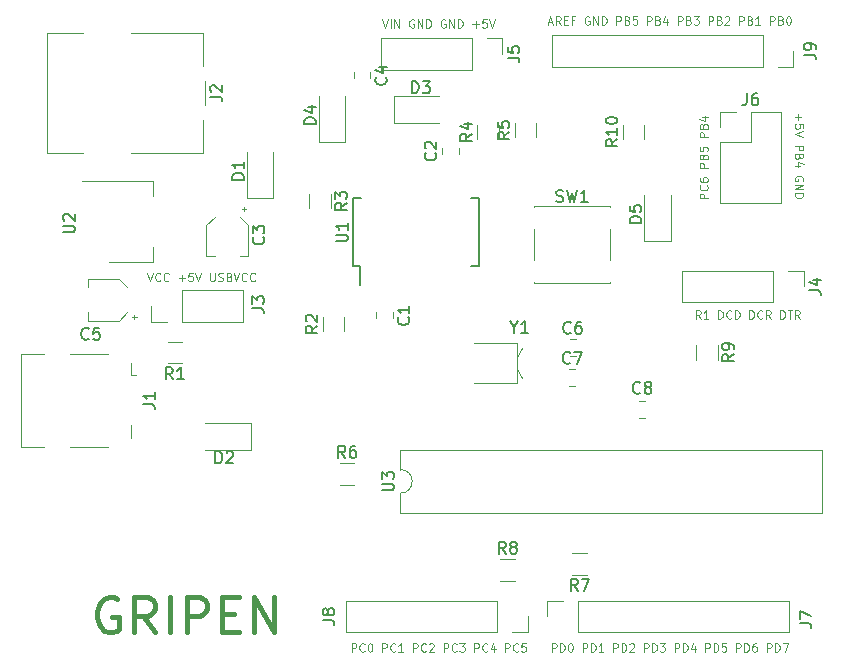
<source format=gbr>
G04 #@! TF.GenerationSoftware,KiCad,Pcbnew,(5.1.5)-3*
G04 #@! TF.CreationDate,2020-06-01T17:25:31+02:00*
G04 #@! TF.ProjectId,aurduino_ng,61757264-7569-46e6-9f5f-6e672e6b6963,rev?*
G04 #@! TF.SameCoordinates,Original*
G04 #@! TF.FileFunction,Legend,Top*
G04 #@! TF.FilePolarity,Positive*
%FSLAX46Y46*%
G04 Gerber Fmt 4.6, Leading zero omitted, Abs format (unit mm)*
G04 Created by KiCad (PCBNEW (5.1.5)-3) date 2020-06-01 17:25:31*
%MOMM*%
%LPD*%
G04 APERTURE LIST*
%ADD10C,0.080000*%
%ADD11C,0.450000*%
%ADD12C,0.120000*%
%ADD13C,0.150000*%
G04 APERTURE END LIST*
D10*
X118479666Y-105534666D02*
X118713000Y-106234666D01*
X118946333Y-105534666D01*
X119579666Y-106168000D02*
X119546333Y-106201333D01*
X119446333Y-106234666D01*
X119379666Y-106234666D01*
X119279666Y-106201333D01*
X119213000Y-106134666D01*
X119179666Y-106068000D01*
X119146333Y-105934666D01*
X119146333Y-105834666D01*
X119179666Y-105701333D01*
X119213000Y-105634666D01*
X119279666Y-105568000D01*
X119379666Y-105534666D01*
X119446333Y-105534666D01*
X119546333Y-105568000D01*
X119579666Y-105601333D01*
X120279666Y-106168000D02*
X120246333Y-106201333D01*
X120146333Y-106234666D01*
X120079666Y-106234666D01*
X119979666Y-106201333D01*
X119913000Y-106134666D01*
X119879666Y-106068000D01*
X119846333Y-105934666D01*
X119846333Y-105834666D01*
X119879666Y-105701333D01*
X119913000Y-105634666D01*
X119979666Y-105568000D01*
X120079666Y-105534666D01*
X120146333Y-105534666D01*
X120246333Y-105568000D01*
X120279666Y-105601333D01*
X121113000Y-105968000D02*
X121646333Y-105968000D01*
X121379666Y-106234666D02*
X121379666Y-105701333D01*
X122313000Y-105534666D02*
X121979666Y-105534666D01*
X121946333Y-105868000D01*
X121979666Y-105834666D01*
X122046333Y-105801333D01*
X122213000Y-105801333D01*
X122279666Y-105834666D01*
X122313000Y-105868000D01*
X122346333Y-105934666D01*
X122346333Y-106101333D01*
X122313000Y-106168000D01*
X122279666Y-106201333D01*
X122213000Y-106234666D01*
X122046333Y-106234666D01*
X121979666Y-106201333D01*
X121946333Y-106168000D01*
X122546333Y-105534666D02*
X122779666Y-106234666D01*
X123013000Y-105534666D01*
X123779666Y-105534666D02*
X123779666Y-106101333D01*
X123813000Y-106168000D01*
X123846333Y-106201333D01*
X123913000Y-106234666D01*
X124046333Y-106234666D01*
X124113000Y-106201333D01*
X124146333Y-106168000D01*
X124179666Y-106101333D01*
X124179666Y-105534666D01*
X124479666Y-106201333D02*
X124579666Y-106234666D01*
X124746333Y-106234666D01*
X124813000Y-106201333D01*
X124846333Y-106168000D01*
X124879666Y-106101333D01*
X124879666Y-106034666D01*
X124846333Y-105968000D01*
X124813000Y-105934666D01*
X124746333Y-105901333D01*
X124613000Y-105868000D01*
X124546333Y-105834666D01*
X124513000Y-105801333D01*
X124479666Y-105734666D01*
X124479666Y-105668000D01*
X124513000Y-105601333D01*
X124546333Y-105568000D01*
X124613000Y-105534666D01*
X124779666Y-105534666D01*
X124879666Y-105568000D01*
X125413000Y-105868000D02*
X125513000Y-105901333D01*
X125546333Y-105934666D01*
X125579666Y-106001333D01*
X125579666Y-106101333D01*
X125546333Y-106168000D01*
X125513000Y-106201333D01*
X125446333Y-106234666D01*
X125179666Y-106234666D01*
X125179666Y-105534666D01*
X125413000Y-105534666D01*
X125479666Y-105568000D01*
X125513000Y-105601333D01*
X125546333Y-105668000D01*
X125546333Y-105734666D01*
X125513000Y-105801333D01*
X125479666Y-105834666D01*
X125413000Y-105868000D01*
X125179666Y-105868000D01*
X125779666Y-105534666D02*
X126013000Y-106234666D01*
X126246333Y-105534666D01*
X126879666Y-106168000D02*
X126846333Y-106201333D01*
X126746333Y-106234666D01*
X126679666Y-106234666D01*
X126579666Y-106201333D01*
X126513000Y-106134666D01*
X126479666Y-106068000D01*
X126446333Y-105934666D01*
X126446333Y-105834666D01*
X126479666Y-105701333D01*
X126513000Y-105634666D01*
X126579666Y-105568000D01*
X126679666Y-105534666D01*
X126746333Y-105534666D01*
X126846333Y-105568000D01*
X126879666Y-105601333D01*
X127579666Y-106168000D02*
X127546333Y-106201333D01*
X127446333Y-106234666D01*
X127379666Y-106234666D01*
X127279666Y-106201333D01*
X127213000Y-106134666D01*
X127179666Y-106068000D01*
X127146333Y-105934666D01*
X127146333Y-105834666D01*
X127179666Y-105701333D01*
X127213000Y-105634666D01*
X127279666Y-105568000D01*
X127379666Y-105534666D01*
X127446333Y-105534666D01*
X127546333Y-105568000D01*
X127579666Y-105601333D01*
X165307666Y-109409666D02*
X165074333Y-109076333D01*
X164907666Y-109409666D02*
X164907666Y-108709666D01*
X165174333Y-108709666D01*
X165241000Y-108743000D01*
X165274333Y-108776333D01*
X165307666Y-108843000D01*
X165307666Y-108943000D01*
X165274333Y-109009666D01*
X165241000Y-109043000D01*
X165174333Y-109076333D01*
X164907666Y-109076333D01*
X165974333Y-109409666D02*
X165574333Y-109409666D01*
X165774333Y-109409666D02*
X165774333Y-108709666D01*
X165707666Y-108809666D01*
X165641000Y-108876333D01*
X165574333Y-108909666D01*
X166807666Y-109409666D02*
X166807666Y-108709666D01*
X166974333Y-108709666D01*
X167074333Y-108743000D01*
X167141000Y-108809666D01*
X167174333Y-108876333D01*
X167207666Y-109009666D01*
X167207666Y-109109666D01*
X167174333Y-109243000D01*
X167141000Y-109309666D01*
X167074333Y-109376333D01*
X166974333Y-109409666D01*
X166807666Y-109409666D01*
X167907666Y-109343000D02*
X167874333Y-109376333D01*
X167774333Y-109409666D01*
X167707666Y-109409666D01*
X167607666Y-109376333D01*
X167541000Y-109309666D01*
X167507666Y-109243000D01*
X167474333Y-109109666D01*
X167474333Y-109009666D01*
X167507666Y-108876333D01*
X167541000Y-108809666D01*
X167607666Y-108743000D01*
X167707666Y-108709666D01*
X167774333Y-108709666D01*
X167874333Y-108743000D01*
X167907666Y-108776333D01*
X168207666Y-109409666D02*
X168207666Y-108709666D01*
X168374333Y-108709666D01*
X168474333Y-108743000D01*
X168541000Y-108809666D01*
X168574333Y-108876333D01*
X168607666Y-109009666D01*
X168607666Y-109109666D01*
X168574333Y-109243000D01*
X168541000Y-109309666D01*
X168474333Y-109376333D01*
X168374333Y-109409666D01*
X168207666Y-109409666D01*
X169441000Y-109409666D02*
X169441000Y-108709666D01*
X169607666Y-108709666D01*
X169707666Y-108743000D01*
X169774333Y-108809666D01*
X169807666Y-108876333D01*
X169841000Y-109009666D01*
X169841000Y-109109666D01*
X169807666Y-109243000D01*
X169774333Y-109309666D01*
X169707666Y-109376333D01*
X169607666Y-109409666D01*
X169441000Y-109409666D01*
X170541000Y-109343000D02*
X170507666Y-109376333D01*
X170407666Y-109409666D01*
X170341000Y-109409666D01*
X170241000Y-109376333D01*
X170174333Y-109309666D01*
X170141000Y-109243000D01*
X170107666Y-109109666D01*
X170107666Y-109009666D01*
X170141000Y-108876333D01*
X170174333Y-108809666D01*
X170241000Y-108743000D01*
X170341000Y-108709666D01*
X170407666Y-108709666D01*
X170507666Y-108743000D01*
X170541000Y-108776333D01*
X171241000Y-109409666D02*
X171007666Y-109076333D01*
X170841000Y-109409666D02*
X170841000Y-108709666D01*
X171107666Y-108709666D01*
X171174333Y-108743000D01*
X171207666Y-108776333D01*
X171241000Y-108843000D01*
X171241000Y-108943000D01*
X171207666Y-109009666D01*
X171174333Y-109043000D01*
X171107666Y-109076333D01*
X170841000Y-109076333D01*
X172074333Y-109409666D02*
X172074333Y-108709666D01*
X172241000Y-108709666D01*
X172341000Y-108743000D01*
X172407666Y-108809666D01*
X172441000Y-108876333D01*
X172474333Y-109009666D01*
X172474333Y-109109666D01*
X172441000Y-109243000D01*
X172407666Y-109309666D01*
X172341000Y-109376333D01*
X172241000Y-109409666D01*
X172074333Y-109409666D01*
X172674333Y-108709666D02*
X173074333Y-108709666D01*
X172874333Y-109409666D02*
X172874333Y-108709666D01*
X173707666Y-109409666D02*
X173474333Y-109076333D01*
X173307666Y-109409666D02*
X173307666Y-108709666D01*
X173574333Y-108709666D01*
X173641000Y-108743000D01*
X173674333Y-108776333D01*
X173707666Y-108843000D01*
X173707666Y-108943000D01*
X173674333Y-109009666D01*
X173641000Y-109043000D01*
X173574333Y-109076333D01*
X173307666Y-109076333D01*
X165924666Y-99224666D02*
X165224666Y-99224666D01*
X165224666Y-98958000D01*
X165258000Y-98891333D01*
X165291333Y-98858000D01*
X165358000Y-98824666D01*
X165458000Y-98824666D01*
X165524666Y-98858000D01*
X165558000Y-98891333D01*
X165591333Y-98958000D01*
X165591333Y-99224666D01*
X165858000Y-98124666D02*
X165891333Y-98158000D01*
X165924666Y-98258000D01*
X165924666Y-98324666D01*
X165891333Y-98424666D01*
X165824666Y-98491333D01*
X165758000Y-98524666D01*
X165624666Y-98558000D01*
X165524666Y-98558000D01*
X165391333Y-98524666D01*
X165324666Y-98491333D01*
X165258000Y-98424666D01*
X165224666Y-98324666D01*
X165224666Y-98258000D01*
X165258000Y-98158000D01*
X165291333Y-98124666D01*
X165224666Y-97524666D02*
X165224666Y-97658000D01*
X165258000Y-97724666D01*
X165291333Y-97758000D01*
X165391333Y-97824666D01*
X165524666Y-97858000D01*
X165791333Y-97858000D01*
X165858000Y-97824666D01*
X165891333Y-97791333D01*
X165924666Y-97724666D01*
X165924666Y-97591333D01*
X165891333Y-97524666D01*
X165858000Y-97491333D01*
X165791333Y-97458000D01*
X165624666Y-97458000D01*
X165558000Y-97491333D01*
X165524666Y-97524666D01*
X165491333Y-97591333D01*
X165491333Y-97724666D01*
X165524666Y-97791333D01*
X165558000Y-97824666D01*
X165624666Y-97858000D01*
X165924666Y-96624666D02*
X165224666Y-96624666D01*
X165224666Y-96358000D01*
X165258000Y-96291333D01*
X165291333Y-96258000D01*
X165358000Y-96224666D01*
X165458000Y-96224666D01*
X165524666Y-96258000D01*
X165558000Y-96291333D01*
X165591333Y-96358000D01*
X165591333Y-96624666D01*
X165558000Y-95691333D02*
X165591333Y-95591333D01*
X165624666Y-95558000D01*
X165691333Y-95524666D01*
X165791333Y-95524666D01*
X165858000Y-95558000D01*
X165891333Y-95591333D01*
X165924666Y-95658000D01*
X165924666Y-95924666D01*
X165224666Y-95924666D01*
X165224666Y-95691333D01*
X165258000Y-95624666D01*
X165291333Y-95591333D01*
X165358000Y-95558000D01*
X165424666Y-95558000D01*
X165491333Y-95591333D01*
X165524666Y-95624666D01*
X165558000Y-95691333D01*
X165558000Y-95924666D01*
X165224666Y-94891333D02*
X165224666Y-95224666D01*
X165558000Y-95258000D01*
X165524666Y-95224666D01*
X165491333Y-95158000D01*
X165491333Y-94991333D01*
X165524666Y-94924666D01*
X165558000Y-94891333D01*
X165624666Y-94858000D01*
X165791333Y-94858000D01*
X165858000Y-94891333D01*
X165891333Y-94924666D01*
X165924666Y-94991333D01*
X165924666Y-95158000D01*
X165891333Y-95224666D01*
X165858000Y-95258000D01*
X165924666Y-94024666D02*
X165224666Y-94024666D01*
X165224666Y-93758000D01*
X165258000Y-93691333D01*
X165291333Y-93658000D01*
X165358000Y-93624666D01*
X165458000Y-93624666D01*
X165524666Y-93658000D01*
X165558000Y-93691333D01*
X165591333Y-93758000D01*
X165591333Y-94024666D01*
X165558000Y-93091333D02*
X165591333Y-92991333D01*
X165624666Y-92958000D01*
X165691333Y-92924666D01*
X165791333Y-92924666D01*
X165858000Y-92958000D01*
X165891333Y-92991333D01*
X165924666Y-93058000D01*
X165924666Y-93324666D01*
X165224666Y-93324666D01*
X165224666Y-93091333D01*
X165258000Y-93024666D01*
X165291333Y-92991333D01*
X165358000Y-92958000D01*
X165424666Y-92958000D01*
X165491333Y-92991333D01*
X165524666Y-93024666D01*
X165558000Y-93091333D01*
X165558000Y-93324666D01*
X165458000Y-92324666D02*
X165924666Y-92324666D01*
X165191333Y-92491333D02*
X165691333Y-92658000D01*
X165691333Y-92224666D01*
X173559000Y-92097666D02*
X173559000Y-92631000D01*
X173292333Y-92364333D02*
X173825666Y-92364333D01*
X173992333Y-93297666D02*
X173992333Y-92964333D01*
X173659000Y-92931000D01*
X173692333Y-92964333D01*
X173725666Y-93031000D01*
X173725666Y-93197666D01*
X173692333Y-93264333D01*
X173659000Y-93297666D01*
X173592333Y-93331000D01*
X173425666Y-93331000D01*
X173359000Y-93297666D01*
X173325666Y-93264333D01*
X173292333Y-93197666D01*
X173292333Y-93031000D01*
X173325666Y-92964333D01*
X173359000Y-92931000D01*
X173992333Y-93531000D02*
X173292333Y-93764333D01*
X173992333Y-93997666D01*
X173292333Y-94764333D02*
X173992333Y-94764333D01*
X173992333Y-95031000D01*
X173959000Y-95097666D01*
X173925666Y-95131000D01*
X173859000Y-95164333D01*
X173759000Y-95164333D01*
X173692333Y-95131000D01*
X173659000Y-95097666D01*
X173625666Y-95031000D01*
X173625666Y-94764333D01*
X173659000Y-95697666D02*
X173625666Y-95797666D01*
X173592333Y-95831000D01*
X173525666Y-95864333D01*
X173425666Y-95864333D01*
X173359000Y-95831000D01*
X173325666Y-95797666D01*
X173292333Y-95731000D01*
X173292333Y-95464333D01*
X173992333Y-95464333D01*
X173992333Y-95697666D01*
X173959000Y-95764333D01*
X173925666Y-95797666D01*
X173859000Y-95831000D01*
X173792333Y-95831000D01*
X173725666Y-95797666D01*
X173692333Y-95764333D01*
X173659000Y-95697666D01*
X173659000Y-95464333D01*
X173759000Y-96464333D02*
X173292333Y-96464333D01*
X174025666Y-96297666D02*
X173525666Y-96131000D01*
X173525666Y-96564333D01*
X173959000Y-97731000D02*
X173992333Y-97664333D01*
X173992333Y-97564333D01*
X173959000Y-97464333D01*
X173892333Y-97397666D01*
X173825666Y-97364333D01*
X173692333Y-97331000D01*
X173592333Y-97331000D01*
X173459000Y-97364333D01*
X173392333Y-97397666D01*
X173325666Y-97464333D01*
X173292333Y-97564333D01*
X173292333Y-97631000D01*
X173325666Y-97731000D01*
X173359000Y-97764333D01*
X173592333Y-97764333D01*
X173592333Y-97631000D01*
X173292333Y-98064333D02*
X173992333Y-98064333D01*
X173292333Y-98464333D01*
X173992333Y-98464333D01*
X173292333Y-98797666D02*
X173992333Y-98797666D01*
X173992333Y-98964333D01*
X173959000Y-99064333D01*
X173892333Y-99131000D01*
X173825666Y-99164333D01*
X173692333Y-99197666D01*
X173592333Y-99197666D01*
X173459000Y-99164333D01*
X173392333Y-99131000D01*
X173325666Y-99064333D01*
X173292333Y-98964333D01*
X173292333Y-98797666D01*
X138362333Y-84071666D02*
X138595666Y-84771666D01*
X138829000Y-84071666D01*
X139062333Y-84771666D02*
X139062333Y-84071666D01*
X139395666Y-84771666D02*
X139395666Y-84071666D01*
X139795666Y-84771666D01*
X139795666Y-84071666D01*
X141029000Y-84105000D02*
X140962333Y-84071666D01*
X140862333Y-84071666D01*
X140762333Y-84105000D01*
X140695666Y-84171666D01*
X140662333Y-84238333D01*
X140629000Y-84371666D01*
X140629000Y-84471666D01*
X140662333Y-84605000D01*
X140695666Y-84671666D01*
X140762333Y-84738333D01*
X140862333Y-84771666D01*
X140929000Y-84771666D01*
X141029000Y-84738333D01*
X141062333Y-84705000D01*
X141062333Y-84471666D01*
X140929000Y-84471666D01*
X141362333Y-84771666D02*
X141362333Y-84071666D01*
X141762333Y-84771666D01*
X141762333Y-84071666D01*
X142095666Y-84771666D02*
X142095666Y-84071666D01*
X142262333Y-84071666D01*
X142362333Y-84105000D01*
X142429000Y-84171666D01*
X142462333Y-84238333D01*
X142495666Y-84371666D01*
X142495666Y-84471666D01*
X142462333Y-84605000D01*
X142429000Y-84671666D01*
X142362333Y-84738333D01*
X142262333Y-84771666D01*
X142095666Y-84771666D01*
X143695666Y-84105000D02*
X143629000Y-84071666D01*
X143529000Y-84071666D01*
X143429000Y-84105000D01*
X143362333Y-84171666D01*
X143329000Y-84238333D01*
X143295666Y-84371666D01*
X143295666Y-84471666D01*
X143329000Y-84605000D01*
X143362333Y-84671666D01*
X143429000Y-84738333D01*
X143529000Y-84771666D01*
X143595666Y-84771666D01*
X143695666Y-84738333D01*
X143729000Y-84705000D01*
X143729000Y-84471666D01*
X143595666Y-84471666D01*
X144029000Y-84771666D02*
X144029000Y-84071666D01*
X144429000Y-84771666D01*
X144429000Y-84071666D01*
X144762333Y-84771666D02*
X144762333Y-84071666D01*
X144929000Y-84071666D01*
X145029000Y-84105000D01*
X145095666Y-84171666D01*
X145129000Y-84238333D01*
X145162333Y-84371666D01*
X145162333Y-84471666D01*
X145129000Y-84605000D01*
X145095666Y-84671666D01*
X145029000Y-84738333D01*
X144929000Y-84771666D01*
X144762333Y-84771666D01*
X145995666Y-84505000D02*
X146529000Y-84505000D01*
X146262333Y-84771666D02*
X146262333Y-84238333D01*
X147195666Y-84071666D02*
X146862333Y-84071666D01*
X146829000Y-84405000D01*
X146862333Y-84371666D01*
X146929000Y-84338333D01*
X147095666Y-84338333D01*
X147162333Y-84371666D01*
X147195666Y-84405000D01*
X147229000Y-84471666D01*
X147229000Y-84638333D01*
X147195666Y-84705000D01*
X147162333Y-84738333D01*
X147095666Y-84771666D01*
X146929000Y-84771666D01*
X146862333Y-84738333D01*
X146829000Y-84705000D01*
X147429000Y-84071666D02*
X147662333Y-84771666D01*
X147895666Y-84071666D01*
X152420333Y-84317666D02*
X152753666Y-84317666D01*
X152353666Y-84517666D02*
X152587000Y-83817666D01*
X152820333Y-84517666D01*
X153453666Y-84517666D02*
X153220333Y-84184333D01*
X153053666Y-84517666D02*
X153053666Y-83817666D01*
X153320333Y-83817666D01*
X153387000Y-83851000D01*
X153420333Y-83884333D01*
X153453666Y-83951000D01*
X153453666Y-84051000D01*
X153420333Y-84117666D01*
X153387000Y-84151000D01*
X153320333Y-84184333D01*
X153053666Y-84184333D01*
X153753666Y-84151000D02*
X153987000Y-84151000D01*
X154087000Y-84517666D02*
X153753666Y-84517666D01*
X153753666Y-83817666D01*
X154087000Y-83817666D01*
X154620333Y-84151000D02*
X154387000Y-84151000D01*
X154387000Y-84517666D02*
X154387000Y-83817666D01*
X154720333Y-83817666D01*
X155887000Y-83851000D02*
X155820333Y-83817666D01*
X155720333Y-83817666D01*
X155620333Y-83851000D01*
X155553666Y-83917666D01*
X155520333Y-83984333D01*
X155487000Y-84117666D01*
X155487000Y-84217666D01*
X155520333Y-84351000D01*
X155553666Y-84417666D01*
X155620333Y-84484333D01*
X155720333Y-84517666D01*
X155787000Y-84517666D01*
X155887000Y-84484333D01*
X155920333Y-84451000D01*
X155920333Y-84217666D01*
X155787000Y-84217666D01*
X156220333Y-84517666D02*
X156220333Y-83817666D01*
X156620333Y-84517666D01*
X156620333Y-83817666D01*
X156953666Y-84517666D02*
X156953666Y-83817666D01*
X157120333Y-83817666D01*
X157220333Y-83851000D01*
X157287000Y-83917666D01*
X157320333Y-83984333D01*
X157353666Y-84117666D01*
X157353666Y-84217666D01*
X157320333Y-84351000D01*
X157287000Y-84417666D01*
X157220333Y-84484333D01*
X157120333Y-84517666D01*
X156953666Y-84517666D01*
X158187000Y-84517666D02*
X158187000Y-83817666D01*
X158453666Y-83817666D01*
X158520333Y-83851000D01*
X158553666Y-83884333D01*
X158587000Y-83951000D01*
X158587000Y-84051000D01*
X158553666Y-84117666D01*
X158520333Y-84151000D01*
X158453666Y-84184333D01*
X158187000Y-84184333D01*
X159120333Y-84151000D02*
X159220333Y-84184333D01*
X159253666Y-84217666D01*
X159287000Y-84284333D01*
X159287000Y-84384333D01*
X159253666Y-84451000D01*
X159220333Y-84484333D01*
X159153666Y-84517666D01*
X158887000Y-84517666D01*
X158887000Y-83817666D01*
X159120333Y-83817666D01*
X159187000Y-83851000D01*
X159220333Y-83884333D01*
X159253666Y-83951000D01*
X159253666Y-84017666D01*
X159220333Y-84084333D01*
X159187000Y-84117666D01*
X159120333Y-84151000D01*
X158887000Y-84151000D01*
X159920333Y-83817666D02*
X159587000Y-83817666D01*
X159553666Y-84151000D01*
X159587000Y-84117666D01*
X159653666Y-84084333D01*
X159820333Y-84084333D01*
X159887000Y-84117666D01*
X159920333Y-84151000D01*
X159953666Y-84217666D01*
X159953666Y-84384333D01*
X159920333Y-84451000D01*
X159887000Y-84484333D01*
X159820333Y-84517666D01*
X159653666Y-84517666D01*
X159587000Y-84484333D01*
X159553666Y-84451000D01*
X160787000Y-84517666D02*
X160787000Y-83817666D01*
X161053666Y-83817666D01*
X161120333Y-83851000D01*
X161153666Y-83884333D01*
X161187000Y-83951000D01*
X161187000Y-84051000D01*
X161153666Y-84117666D01*
X161120333Y-84151000D01*
X161053666Y-84184333D01*
X160787000Y-84184333D01*
X161720333Y-84151000D02*
X161820333Y-84184333D01*
X161853666Y-84217666D01*
X161887000Y-84284333D01*
X161887000Y-84384333D01*
X161853666Y-84451000D01*
X161820333Y-84484333D01*
X161753666Y-84517666D01*
X161487000Y-84517666D01*
X161487000Y-83817666D01*
X161720333Y-83817666D01*
X161787000Y-83851000D01*
X161820333Y-83884333D01*
X161853666Y-83951000D01*
X161853666Y-84017666D01*
X161820333Y-84084333D01*
X161787000Y-84117666D01*
X161720333Y-84151000D01*
X161487000Y-84151000D01*
X162487000Y-84051000D02*
X162487000Y-84517666D01*
X162320333Y-83784333D02*
X162153666Y-84284333D01*
X162587000Y-84284333D01*
X163387000Y-84517666D02*
X163387000Y-83817666D01*
X163653666Y-83817666D01*
X163720333Y-83851000D01*
X163753666Y-83884333D01*
X163787000Y-83951000D01*
X163787000Y-84051000D01*
X163753666Y-84117666D01*
X163720333Y-84151000D01*
X163653666Y-84184333D01*
X163387000Y-84184333D01*
X164320333Y-84151000D02*
X164420333Y-84184333D01*
X164453666Y-84217666D01*
X164487000Y-84284333D01*
X164487000Y-84384333D01*
X164453666Y-84451000D01*
X164420333Y-84484333D01*
X164353666Y-84517666D01*
X164087000Y-84517666D01*
X164087000Y-83817666D01*
X164320333Y-83817666D01*
X164387000Y-83851000D01*
X164420333Y-83884333D01*
X164453666Y-83951000D01*
X164453666Y-84017666D01*
X164420333Y-84084333D01*
X164387000Y-84117666D01*
X164320333Y-84151000D01*
X164087000Y-84151000D01*
X164720333Y-83817666D02*
X165153666Y-83817666D01*
X164920333Y-84084333D01*
X165020333Y-84084333D01*
X165087000Y-84117666D01*
X165120333Y-84151000D01*
X165153666Y-84217666D01*
X165153666Y-84384333D01*
X165120333Y-84451000D01*
X165087000Y-84484333D01*
X165020333Y-84517666D01*
X164820333Y-84517666D01*
X164753666Y-84484333D01*
X164720333Y-84451000D01*
X165987000Y-84517666D02*
X165987000Y-83817666D01*
X166253666Y-83817666D01*
X166320333Y-83851000D01*
X166353666Y-83884333D01*
X166387000Y-83951000D01*
X166387000Y-84051000D01*
X166353666Y-84117666D01*
X166320333Y-84151000D01*
X166253666Y-84184333D01*
X165987000Y-84184333D01*
X166920333Y-84151000D02*
X167020333Y-84184333D01*
X167053666Y-84217666D01*
X167087000Y-84284333D01*
X167087000Y-84384333D01*
X167053666Y-84451000D01*
X167020333Y-84484333D01*
X166953666Y-84517666D01*
X166687000Y-84517666D01*
X166687000Y-83817666D01*
X166920333Y-83817666D01*
X166987000Y-83851000D01*
X167020333Y-83884333D01*
X167053666Y-83951000D01*
X167053666Y-84017666D01*
X167020333Y-84084333D01*
X166987000Y-84117666D01*
X166920333Y-84151000D01*
X166687000Y-84151000D01*
X167353666Y-83884333D02*
X167387000Y-83851000D01*
X167453666Y-83817666D01*
X167620333Y-83817666D01*
X167687000Y-83851000D01*
X167720333Y-83884333D01*
X167753666Y-83951000D01*
X167753666Y-84017666D01*
X167720333Y-84117666D01*
X167320333Y-84517666D01*
X167753666Y-84517666D01*
X168587000Y-84517666D02*
X168587000Y-83817666D01*
X168853666Y-83817666D01*
X168920333Y-83851000D01*
X168953666Y-83884333D01*
X168987000Y-83951000D01*
X168987000Y-84051000D01*
X168953666Y-84117666D01*
X168920333Y-84151000D01*
X168853666Y-84184333D01*
X168587000Y-84184333D01*
X169520333Y-84151000D02*
X169620333Y-84184333D01*
X169653666Y-84217666D01*
X169687000Y-84284333D01*
X169687000Y-84384333D01*
X169653666Y-84451000D01*
X169620333Y-84484333D01*
X169553666Y-84517666D01*
X169287000Y-84517666D01*
X169287000Y-83817666D01*
X169520333Y-83817666D01*
X169587000Y-83851000D01*
X169620333Y-83884333D01*
X169653666Y-83951000D01*
X169653666Y-84017666D01*
X169620333Y-84084333D01*
X169587000Y-84117666D01*
X169520333Y-84151000D01*
X169287000Y-84151000D01*
X170353666Y-84517666D02*
X169953666Y-84517666D01*
X170153666Y-84517666D02*
X170153666Y-83817666D01*
X170087000Y-83917666D01*
X170020333Y-83984333D01*
X169953666Y-84017666D01*
X171187000Y-84517666D02*
X171187000Y-83817666D01*
X171453666Y-83817666D01*
X171520333Y-83851000D01*
X171553666Y-83884333D01*
X171587000Y-83951000D01*
X171587000Y-84051000D01*
X171553666Y-84117666D01*
X171520333Y-84151000D01*
X171453666Y-84184333D01*
X171187000Y-84184333D01*
X172120333Y-84151000D02*
X172220333Y-84184333D01*
X172253666Y-84217666D01*
X172287000Y-84284333D01*
X172287000Y-84384333D01*
X172253666Y-84451000D01*
X172220333Y-84484333D01*
X172153666Y-84517666D01*
X171887000Y-84517666D01*
X171887000Y-83817666D01*
X172120333Y-83817666D01*
X172187000Y-83851000D01*
X172220333Y-83884333D01*
X172253666Y-83951000D01*
X172253666Y-84017666D01*
X172220333Y-84084333D01*
X172187000Y-84117666D01*
X172120333Y-84151000D01*
X171887000Y-84151000D01*
X172720333Y-83817666D02*
X172787000Y-83817666D01*
X172853666Y-83851000D01*
X172887000Y-83884333D01*
X172920333Y-83951000D01*
X172953666Y-84084333D01*
X172953666Y-84251000D01*
X172920333Y-84384333D01*
X172887000Y-84451000D01*
X172853666Y-84484333D01*
X172787000Y-84517666D01*
X172720333Y-84517666D01*
X172653666Y-84484333D01*
X172620333Y-84451000D01*
X172587000Y-84384333D01*
X172553666Y-84251000D01*
X172553666Y-84084333D01*
X172587000Y-83951000D01*
X172620333Y-83884333D01*
X172653666Y-83851000D01*
X172720333Y-83817666D01*
X135762333Y-137603666D02*
X135762333Y-136903666D01*
X136029000Y-136903666D01*
X136095666Y-136937000D01*
X136129000Y-136970333D01*
X136162333Y-137037000D01*
X136162333Y-137137000D01*
X136129000Y-137203666D01*
X136095666Y-137237000D01*
X136029000Y-137270333D01*
X135762333Y-137270333D01*
X136862333Y-137537000D02*
X136829000Y-137570333D01*
X136729000Y-137603666D01*
X136662333Y-137603666D01*
X136562333Y-137570333D01*
X136495666Y-137503666D01*
X136462333Y-137437000D01*
X136429000Y-137303666D01*
X136429000Y-137203666D01*
X136462333Y-137070333D01*
X136495666Y-137003666D01*
X136562333Y-136937000D01*
X136662333Y-136903666D01*
X136729000Y-136903666D01*
X136829000Y-136937000D01*
X136862333Y-136970333D01*
X137295666Y-136903666D02*
X137362333Y-136903666D01*
X137429000Y-136937000D01*
X137462333Y-136970333D01*
X137495666Y-137037000D01*
X137529000Y-137170333D01*
X137529000Y-137337000D01*
X137495666Y-137470333D01*
X137462333Y-137537000D01*
X137429000Y-137570333D01*
X137362333Y-137603666D01*
X137295666Y-137603666D01*
X137229000Y-137570333D01*
X137195666Y-137537000D01*
X137162333Y-137470333D01*
X137129000Y-137337000D01*
X137129000Y-137170333D01*
X137162333Y-137037000D01*
X137195666Y-136970333D01*
X137229000Y-136937000D01*
X137295666Y-136903666D01*
X138362333Y-137603666D02*
X138362333Y-136903666D01*
X138629000Y-136903666D01*
X138695666Y-136937000D01*
X138729000Y-136970333D01*
X138762333Y-137037000D01*
X138762333Y-137137000D01*
X138729000Y-137203666D01*
X138695666Y-137237000D01*
X138629000Y-137270333D01*
X138362333Y-137270333D01*
X139462333Y-137537000D02*
X139429000Y-137570333D01*
X139329000Y-137603666D01*
X139262333Y-137603666D01*
X139162333Y-137570333D01*
X139095666Y-137503666D01*
X139062333Y-137437000D01*
X139029000Y-137303666D01*
X139029000Y-137203666D01*
X139062333Y-137070333D01*
X139095666Y-137003666D01*
X139162333Y-136937000D01*
X139262333Y-136903666D01*
X139329000Y-136903666D01*
X139429000Y-136937000D01*
X139462333Y-136970333D01*
X140129000Y-137603666D02*
X139729000Y-137603666D01*
X139929000Y-137603666D02*
X139929000Y-136903666D01*
X139862333Y-137003666D01*
X139795666Y-137070333D01*
X139729000Y-137103666D01*
X140962333Y-137603666D02*
X140962333Y-136903666D01*
X141229000Y-136903666D01*
X141295666Y-136937000D01*
X141329000Y-136970333D01*
X141362333Y-137037000D01*
X141362333Y-137137000D01*
X141329000Y-137203666D01*
X141295666Y-137237000D01*
X141229000Y-137270333D01*
X140962333Y-137270333D01*
X142062333Y-137537000D02*
X142029000Y-137570333D01*
X141929000Y-137603666D01*
X141862333Y-137603666D01*
X141762333Y-137570333D01*
X141695666Y-137503666D01*
X141662333Y-137437000D01*
X141629000Y-137303666D01*
X141629000Y-137203666D01*
X141662333Y-137070333D01*
X141695666Y-137003666D01*
X141762333Y-136937000D01*
X141862333Y-136903666D01*
X141929000Y-136903666D01*
X142029000Y-136937000D01*
X142062333Y-136970333D01*
X142329000Y-136970333D02*
X142362333Y-136937000D01*
X142429000Y-136903666D01*
X142595666Y-136903666D01*
X142662333Y-136937000D01*
X142695666Y-136970333D01*
X142729000Y-137037000D01*
X142729000Y-137103666D01*
X142695666Y-137203666D01*
X142295666Y-137603666D01*
X142729000Y-137603666D01*
X143562333Y-137603666D02*
X143562333Y-136903666D01*
X143829000Y-136903666D01*
X143895666Y-136937000D01*
X143929000Y-136970333D01*
X143962333Y-137037000D01*
X143962333Y-137137000D01*
X143929000Y-137203666D01*
X143895666Y-137237000D01*
X143829000Y-137270333D01*
X143562333Y-137270333D01*
X144662333Y-137537000D02*
X144629000Y-137570333D01*
X144529000Y-137603666D01*
X144462333Y-137603666D01*
X144362333Y-137570333D01*
X144295666Y-137503666D01*
X144262333Y-137437000D01*
X144229000Y-137303666D01*
X144229000Y-137203666D01*
X144262333Y-137070333D01*
X144295666Y-137003666D01*
X144362333Y-136937000D01*
X144462333Y-136903666D01*
X144529000Y-136903666D01*
X144629000Y-136937000D01*
X144662333Y-136970333D01*
X144895666Y-136903666D02*
X145329000Y-136903666D01*
X145095666Y-137170333D01*
X145195666Y-137170333D01*
X145262333Y-137203666D01*
X145295666Y-137237000D01*
X145329000Y-137303666D01*
X145329000Y-137470333D01*
X145295666Y-137537000D01*
X145262333Y-137570333D01*
X145195666Y-137603666D01*
X144995666Y-137603666D01*
X144929000Y-137570333D01*
X144895666Y-137537000D01*
X146162333Y-137603666D02*
X146162333Y-136903666D01*
X146429000Y-136903666D01*
X146495666Y-136937000D01*
X146529000Y-136970333D01*
X146562333Y-137037000D01*
X146562333Y-137137000D01*
X146529000Y-137203666D01*
X146495666Y-137237000D01*
X146429000Y-137270333D01*
X146162333Y-137270333D01*
X147262333Y-137537000D02*
X147229000Y-137570333D01*
X147129000Y-137603666D01*
X147062333Y-137603666D01*
X146962333Y-137570333D01*
X146895666Y-137503666D01*
X146862333Y-137437000D01*
X146829000Y-137303666D01*
X146829000Y-137203666D01*
X146862333Y-137070333D01*
X146895666Y-137003666D01*
X146962333Y-136937000D01*
X147062333Y-136903666D01*
X147129000Y-136903666D01*
X147229000Y-136937000D01*
X147262333Y-136970333D01*
X147862333Y-137137000D02*
X147862333Y-137603666D01*
X147695666Y-136870333D02*
X147529000Y-137370333D01*
X147962333Y-137370333D01*
X148762333Y-137603666D02*
X148762333Y-136903666D01*
X149029000Y-136903666D01*
X149095666Y-136937000D01*
X149129000Y-136970333D01*
X149162333Y-137037000D01*
X149162333Y-137137000D01*
X149129000Y-137203666D01*
X149095666Y-137237000D01*
X149029000Y-137270333D01*
X148762333Y-137270333D01*
X149862333Y-137537000D02*
X149829000Y-137570333D01*
X149729000Y-137603666D01*
X149662333Y-137603666D01*
X149562333Y-137570333D01*
X149495666Y-137503666D01*
X149462333Y-137437000D01*
X149429000Y-137303666D01*
X149429000Y-137203666D01*
X149462333Y-137070333D01*
X149495666Y-137003666D01*
X149562333Y-136937000D01*
X149662333Y-136903666D01*
X149729000Y-136903666D01*
X149829000Y-136937000D01*
X149862333Y-136970333D01*
X150495666Y-136903666D02*
X150162333Y-136903666D01*
X150129000Y-137237000D01*
X150162333Y-137203666D01*
X150229000Y-137170333D01*
X150395666Y-137170333D01*
X150462333Y-137203666D01*
X150495666Y-137237000D01*
X150529000Y-137303666D01*
X150529000Y-137470333D01*
X150495666Y-137537000D01*
X150462333Y-137570333D01*
X150395666Y-137603666D01*
X150229000Y-137603666D01*
X150162333Y-137570333D01*
X150129000Y-137537000D01*
X152720333Y-137603666D02*
X152720333Y-136903666D01*
X152987000Y-136903666D01*
X153053666Y-136937000D01*
X153087000Y-136970333D01*
X153120333Y-137037000D01*
X153120333Y-137137000D01*
X153087000Y-137203666D01*
X153053666Y-137237000D01*
X152987000Y-137270333D01*
X152720333Y-137270333D01*
X153420333Y-137603666D02*
X153420333Y-136903666D01*
X153587000Y-136903666D01*
X153687000Y-136937000D01*
X153753666Y-137003666D01*
X153787000Y-137070333D01*
X153820333Y-137203666D01*
X153820333Y-137303666D01*
X153787000Y-137437000D01*
X153753666Y-137503666D01*
X153687000Y-137570333D01*
X153587000Y-137603666D01*
X153420333Y-137603666D01*
X154253666Y-136903666D02*
X154320333Y-136903666D01*
X154387000Y-136937000D01*
X154420333Y-136970333D01*
X154453666Y-137037000D01*
X154487000Y-137170333D01*
X154487000Y-137337000D01*
X154453666Y-137470333D01*
X154420333Y-137537000D01*
X154387000Y-137570333D01*
X154320333Y-137603666D01*
X154253666Y-137603666D01*
X154187000Y-137570333D01*
X154153666Y-137537000D01*
X154120333Y-137470333D01*
X154087000Y-137337000D01*
X154087000Y-137170333D01*
X154120333Y-137037000D01*
X154153666Y-136970333D01*
X154187000Y-136937000D01*
X154253666Y-136903666D01*
X155320333Y-137603666D02*
X155320333Y-136903666D01*
X155587000Y-136903666D01*
X155653666Y-136937000D01*
X155687000Y-136970333D01*
X155720333Y-137037000D01*
X155720333Y-137137000D01*
X155687000Y-137203666D01*
X155653666Y-137237000D01*
X155587000Y-137270333D01*
X155320333Y-137270333D01*
X156020333Y-137603666D02*
X156020333Y-136903666D01*
X156187000Y-136903666D01*
X156287000Y-136937000D01*
X156353666Y-137003666D01*
X156387000Y-137070333D01*
X156420333Y-137203666D01*
X156420333Y-137303666D01*
X156387000Y-137437000D01*
X156353666Y-137503666D01*
X156287000Y-137570333D01*
X156187000Y-137603666D01*
X156020333Y-137603666D01*
X157087000Y-137603666D02*
X156687000Y-137603666D01*
X156887000Y-137603666D02*
X156887000Y-136903666D01*
X156820333Y-137003666D01*
X156753666Y-137070333D01*
X156687000Y-137103666D01*
X157920333Y-137603666D02*
X157920333Y-136903666D01*
X158187000Y-136903666D01*
X158253666Y-136937000D01*
X158287000Y-136970333D01*
X158320333Y-137037000D01*
X158320333Y-137137000D01*
X158287000Y-137203666D01*
X158253666Y-137237000D01*
X158187000Y-137270333D01*
X157920333Y-137270333D01*
X158620333Y-137603666D02*
X158620333Y-136903666D01*
X158787000Y-136903666D01*
X158887000Y-136937000D01*
X158953666Y-137003666D01*
X158987000Y-137070333D01*
X159020333Y-137203666D01*
X159020333Y-137303666D01*
X158987000Y-137437000D01*
X158953666Y-137503666D01*
X158887000Y-137570333D01*
X158787000Y-137603666D01*
X158620333Y-137603666D01*
X159287000Y-136970333D02*
X159320333Y-136937000D01*
X159387000Y-136903666D01*
X159553666Y-136903666D01*
X159620333Y-136937000D01*
X159653666Y-136970333D01*
X159687000Y-137037000D01*
X159687000Y-137103666D01*
X159653666Y-137203666D01*
X159253666Y-137603666D01*
X159687000Y-137603666D01*
X160520333Y-137603666D02*
X160520333Y-136903666D01*
X160787000Y-136903666D01*
X160853666Y-136937000D01*
X160887000Y-136970333D01*
X160920333Y-137037000D01*
X160920333Y-137137000D01*
X160887000Y-137203666D01*
X160853666Y-137237000D01*
X160787000Y-137270333D01*
X160520333Y-137270333D01*
X161220333Y-137603666D02*
X161220333Y-136903666D01*
X161387000Y-136903666D01*
X161487000Y-136937000D01*
X161553666Y-137003666D01*
X161587000Y-137070333D01*
X161620333Y-137203666D01*
X161620333Y-137303666D01*
X161587000Y-137437000D01*
X161553666Y-137503666D01*
X161487000Y-137570333D01*
X161387000Y-137603666D01*
X161220333Y-137603666D01*
X161853666Y-136903666D02*
X162287000Y-136903666D01*
X162053666Y-137170333D01*
X162153666Y-137170333D01*
X162220333Y-137203666D01*
X162253666Y-137237000D01*
X162287000Y-137303666D01*
X162287000Y-137470333D01*
X162253666Y-137537000D01*
X162220333Y-137570333D01*
X162153666Y-137603666D01*
X161953666Y-137603666D01*
X161887000Y-137570333D01*
X161853666Y-137537000D01*
X163120333Y-137603666D02*
X163120333Y-136903666D01*
X163387000Y-136903666D01*
X163453666Y-136937000D01*
X163487000Y-136970333D01*
X163520333Y-137037000D01*
X163520333Y-137137000D01*
X163487000Y-137203666D01*
X163453666Y-137237000D01*
X163387000Y-137270333D01*
X163120333Y-137270333D01*
X163820333Y-137603666D02*
X163820333Y-136903666D01*
X163987000Y-136903666D01*
X164087000Y-136937000D01*
X164153666Y-137003666D01*
X164187000Y-137070333D01*
X164220333Y-137203666D01*
X164220333Y-137303666D01*
X164187000Y-137437000D01*
X164153666Y-137503666D01*
X164087000Y-137570333D01*
X163987000Y-137603666D01*
X163820333Y-137603666D01*
X164820333Y-137137000D02*
X164820333Y-137603666D01*
X164653666Y-136870333D02*
X164487000Y-137370333D01*
X164920333Y-137370333D01*
X165720333Y-137603666D02*
X165720333Y-136903666D01*
X165987000Y-136903666D01*
X166053666Y-136937000D01*
X166087000Y-136970333D01*
X166120333Y-137037000D01*
X166120333Y-137137000D01*
X166087000Y-137203666D01*
X166053666Y-137237000D01*
X165987000Y-137270333D01*
X165720333Y-137270333D01*
X166420333Y-137603666D02*
X166420333Y-136903666D01*
X166587000Y-136903666D01*
X166687000Y-136937000D01*
X166753666Y-137003666D01*
X166787000Y-137070333D01*
X166820333Y-137203666D01*
X166820333Y-137303666D01*
X166787000Y-137437000D01*
X166753666Y-137503666D01*
X166687000Y-137570333D01*
X166587000Y-137603666D01*
X166420333Y-137603666D01*
X167453666Y-136903666D02*
X167120333Y-136903666D01*
X167087000Y-137237000D01*
X167120333Y-137203666D01*
X167187000Y-137170333D01*
X167353666Y-137170333D01*
X167420333Y-137203666D01*
X167453666Y-137237000D01*
X167487000Y-137303666D01*
X167487000Y-137470333D01*
X167453666Y-137537000D01*
X167420333Y-137570333D01*
X167353666Y-137603666D01*
X167187000Y-137603666D01*
X167120333Y-137570333D01*
X167087000Y-137537000D01*
X168320333Y-137603666D02*
X168320333Y-136903666D01*
X168587000Y-136903666D01*
X168653666Y-136937000D01*
X168687000Y-136970333D01*
X168720333Y-137037000D01*
X168720333Y-137137000D01*
X168687000Y-137203666D01*
X168653666Y-137237000D01*
X168587000Y-137270333D01*
X168320333Y-137270333D01*
X169020333Y-137603666D02*
X169020333Y-136903666D01*
X169187000Y-136903666D01*
X169287000Y-136937000D01*
X169353666Y-137003666D01*
X169387000Y-137070333D01*
X169420333Y-137203666D01*
X169420333Y-137303666D01*
X169387000Y-137437000D01*
X169353666Y-137503666D01*
X169287000Y-137570333D01*
X169187000Y-137603666D01*
X169020333Y-137603666D01*
X170020333Y-136903666D02*
X169887000Y-136903666D01*
X169820333Y-136937000D01*
X169787000Y-136970333D01*
X169720333Y-137070333D01*
X169687000Y-137203666D01*
X169687000Y-137470333D01*
X169720333Y-137537000D01*
X169753666Y-137570333D01*
X169820333Y-137603666D01*
X169953666Y-137603666D01*
X170020333Y-137570333D01*
X170053666Y-137537000D01*
X170087000Y-137470333D01*
X170087000Y-137303666D01*
X170053666Y-137237000D01*
X170020333Y-137203666D01*
X169953666Y-137170333D01*
X169820333Y-137170333D01*
X169753666Y-137203666D01*
X169720333Y-137237000D01*
X169687000Y-137303666D01*
X170920333Y-137603666D02*
X170920333Y-136903666D01*
X171187000Y-136903666D01*
X171253666Y-136937000D01*
X171287000Y-136970333D01*
X171320333Y-137037000D01*
X171320333Y-137137000D01*
X171287000Y-137203666D01*
X171253666Y-137237000D01*
X171187000Y-137270333D01*
X170920333Y-137270333D01*
X171620333Y-137603666D02*
X171620333Y-136903666D01*
X171787000Y-136903666D01*
X171887000Y-136937000D01*
X171953666Y-137003666D01*
X171987000Y-137070333D01*
X172020333Y-137203666D01*
X172020333Y-137303666D01*
X171987000Y-137437000D01*
X171953666Y-137503666D01*
X171887000Y-137570333D01*
X171787000Y-137603666D01*
X171620333Y-137603666D01*
X172253666Y-136903666D02*
X172720333Y-136903666D01*
X172420333Y-137603666D01*
D11*
X115935857Y-133120000D02*
X115650142Y-132977142D01*
X115221571Y-132977142D01*
X114793000Y-133120000D01*
X114507285Y-133405714D01*
X114364428Y-133691428D01*
X114221571Y-134262857D01*
X114221571Y-134691428D01*
X114364428Y-135262857D01*
X114507285Y-135548571D01*
X114793000Y-135834285D01*
X115221571Y-135977142D01*
X115507285Y-135977142D01*
X115935857Y-135834285D01*
X116078714Y-135691428D01*
X116078714Y-134691428D01*
X115507285Y-134691428D01*
X119078714Y-135977142D02*
X118078714Y-134548571D01*
X117364428Y-135977142D02*
X117364428Y-132977142D01*
X118507285Y-132977142D01*
X118793000Y-133120000D01*
X118935857Y-133262857D01*
X119078714Y-133548571D01*
X119078714Y-133977142D01*
X118935857Y-134262857D01*
X118793000Y-134405714D01*
X118507285Y-134548571D01*
X117364428Y-134548571D01*
X120364428Y-135977142D02*
X120364428Y-132977142D01*
X121793000Y-135977142D02*
X121793000Y-132977142D01*
X122935857Y-132977142D01*
X123221571Y-133120000D01*
X123364428Y-133262857D01*
X123507285Y-133548571D01*
X123507285Y-133977142D01*
X123364428Y-134262857D01*
X123221571Y-134405714D01*
X122935857Y-134548571D01*
X121793000Y-134548571D01*
X124793000Y-134405714D02*
X125793000Y-134405714D01*
X126221571Y-135977142D02*
X124793000Y-135977142D01*
X124793000Y-132977142D01*
X126221571Y-132977142D01*
X127507285Y-135977142D02*
X127507285Y-132977142D01*
X129221571Y-135977142D01*
X129221571Y-132977142D01*
D12*
X107755000Y-120242000D02*
X107755000Y-112422000D01*
X117075000Y-114222000D02*
X117505000Y-114222000D01*
X107755000Y-120242000D02*
X109705000Y-120242000D01*
X111925000Y-120242000D02*
X115155000Y-120242000D01*
X117075000Y-118442000D02*
X117075000Y-119522000D01*
X117075000Y-113142000D02*
X117075000Y-114222000D01*
X111925000Y-112422000D02*
X115155000Y-112422000D01*
X107755000Y-112422000D02*
X109705000Y-112422000D01*
X154940000Y-135950000D02*
X154940000Y-133290000D01*
X154940000Y-135950000D02*
X172780000Y-135950000D01*
X172780000Y-135950000D02*
X172780000Y-133290000D01*
X154940000Y-133290000D02*
X172780000Y-133290000D01*
X152340000Y-133290000D02*
X153670000Y-133290000D01*
X152340000Y-134620000D02*
X152340000Y-133290000D01*
X126844500Y-100150500D02*
X126469500Y-100150500D01*
X126657000Y-99963000D02*
X126657000Y-100338000D01*
X124162000Y-100767437D02*
X123462000Y-101467437D01*
X126282000Y-100767437D02*
X126982000Y-101467437D01*
X123462000Y-101467437D02*
X123462000Y-104098000D01*
X126982000Y-101467437D02*
X126982000Y-104098000D01*
X126982000Y-104098000D02*
X126282000Y-104098000D01*
X123462000Y-104098000D02*
X124162000Y-104098000D01*
X113429000Y-106063000D02*
X113429000Y-106763000D01*
X113429000Y-109583000D02*
X113429000Y-108883000D01*
X116059563Y-109583000D02*
X113429000Y-109583000D01*
X116059563Y-106063000D02*
X113429000Y-106063000D01*
X116759563Y-108883000D02*
X116059563Y-109583000D01*
X116759563Y-106763000D02*
X116059563Y-106063000D01*
X117564000Y-109258000D02*
X117189000Y-109258000D01*
X117376500Y-109445500D02*
X117376500Y-109070500D01*
X126881000Y-95304000D02*
X126881000Y-99189000D01*
X126881000Y-99189000D02*
X129151000Y-99189000D01*
X129151000Y-99189000D02*
X129151000Y-95304000D01*
X127250000Y-118245000D02*
X123365000Y-118245000D01*
X127250000Y-120515000D02*
X127250000Y-118245000D01*
X123365000Y-120515000D02*
X127250000Y-120515000D01*
X143202000Y-90559000D02*
X139317000Y-90559000D01*
X139317000Y-90559000D02*
X139317000Y-92829000D01*
X139317000Y-92829000D02*
X143202000Y-92829000D01*
X135247000Y-94484000D02*
X135247000Y-90599000D01*
X132977000Y-94484000D02*
X135247000Y-94484000D01*
X132977000Y-90599000D02*
X132977000Y-94484000D01*
X160536000Y-98981000D02*
X160536000Y-102866000D01*
X160536000Y-102866000D02*
X162806000Y-102866000D01*
X162806000Y-102866000D02*
X162806000Y-98981000D01*
X117097000Y-85187000D02*
X123157000Y-85187000D01*
X123157000Y-85187000D02*
X123157000Y-87997000D01*
X123157000Y-92597000D02*
X123157000Y-95407000D01*
X123157000Y-95407000D02*
X117097000Y-95407000D01*
X112997000Y-95407000D02*
X109937000Y-95407000D01*
X109937000Y-95407000D02*
X109937000Y-85187000D01*
X109937000Y-85187000D02*
X112997000Y-85187000D01*
X123347000Y-89297000D02*
X123347000Y-91297000D01*
X166945000Y-99628000D02*
X172145000Y-99628000D01*
X166945000Y-94488000D02*
X166945000Y-99628000D01*
X172145000Y-91888000D02*
X172145000Y-99628000D01*
X166945000Y-94488000D02*
X169545000Y-94488000D01*
X169545000Y-94488000D02*
X169545000Y-91888000D01*
X169545000Y-91888000D02*
X172145000Y-91888000D01*
X166945000Y-93218000D02*
X166945000Y-91888000D01*
X166945000Y-91888000D02*
X168275000Y-91888000D01*
X148082000Y-133290000D02*
X148082000Y-135950000D01*
X148082000Y-133290000D02*
X135322000Y-133290000D01*
X135322000Y-133290000D02*
X135322000Y-135950000D01*
X148082000Y-135950000D02*
X135322000Y-135950000D01*
X150682000Y-135950000D02*
X149352000Y-135950000D01*
X150682000Y-134620000D02*
X150682000Y-135950000D01*
X173161000Y-86741000D02*
X173161000Y-88071000D01*
X173161000Y-88071000D02*
X171831000Y-88071000D01*
X170561000Y-88071000D02*
X152721000Y-88071000D01*
X152721000Y-85411000D02*
X152721000Y-88071000D01*
X170561000Y-85411000D02*
X152721000Y-85411000D01*
X170561000Y-85411000D02*
X170561000Y-88071000D01*
X121382064Y-113178000D02*
X120177936Y-113178000D01*
X121382064Y-111358000D02*
X120177936Y-111358000D01*
X135149000Y-110454064D02*
X135149000Y-109249936D01*
X133329000Y-110454064D02*
X133329000Y-109249936D01*
X134006000Y-98841936D02*
X134006000Y-100046064D01*
X132186000Y-98841936D02*
X132186000Y-100046064D01*
X146410000Y-94198064D02*
X146410000Y-92993936D01*
X148230000Y-94198064D02*
X148230000Y-92993936D01*
X151405000Y-94071064D02*
X151405000Y-92866936D01*
X149585000Y-94071064D02*
X149585000Y-92866936D01*
X134776936Y-121645000D02*
X135981064Y-121645000D01*
X134776936Y-123465000D02*
X135981064Y-123465000D01*
X155666064Y-129265000D02*
X154461936Y-129265000D01*
X155666064Y-131085000D02*
X154461936Y-131085000D01*
X148365936Y-131593000D02*
X149570064Y-131593000D01*
X148365936Y-129773000D02*
X149570064Y-129773000D01*
X164952000Y-111668936D02*
X164952000Y-112873064D01*
X166772000Y-111668936D02*
X166772000Y-112873064D01*
X158729000Y-94204064D02*
X158729000Y-92999936D01*
X160549000Y-94204064D02*
X160549000Y-92999936D01*
X157662000Y-99894000D02*
X157662000Y-99924000D01*
X157662000Y-106354000D02*
X157662000Y-106324000D01*
X151202000Y-106354000D02*
X151202000Y-106324000D01*
X151202000Y-99924000D02*
X151202000Y-99894000D01*
X157662000Y-101824000D02*
X157662000Y-104424000D01*
X151202000Y-99894000D02*
X157662000Y-99894000D01*
X151202000Y-101824000D02*
X151202000Y-104424000D01*
X151202000Y-106354000D02*
X157662000Y-106354000D01*
D13*
X135899000Y-104983000D02*
X136474000Y-104983000D01*
X135899000Y-99233000D02*
X136549000Y-99233000D01*
X146549000Y-99233000D02*
X145899000Y-99233000D01*
X146549000Y-104983000D02*
X145899000Y-104983000D01*
X135899000Y-104983000D02*
X135899000Y-99233000D01*
X146549000Y-104983000D02*
X146549000Y-99233000D01*
X136474000Y-104983000D02*
X136474000Y-106583000D01*
D12*
X118979000Y-104615000D02*
X118979000Y-103355000D01*
X118979000Y-97795000D02*
X118979000Y-99055000D01*
X115219000Y-104615000D02*
X118979000Y-104615000D01*
X112969000Y-97795000D02*
X118979000Y-97795000D01*
X139894000Y-122190000D02*
G75*
G02X139894000Y-124190000I0J-1000000D01*
G01*
X139894000Y-124190000D02*
X139894000Y-125840000D01*
X139894000Y-125840000D02*
X175574000Y-125840000D01*
X175574000Y-125840000D02*
X175574000Y-120540000D01*
X175574000Y-120540000D02*
X139894000Y-120540000D01*
X139894000Y-120540000D02*
X139894000Y-122190000D01*
X146103000Y-111457000D02*
X149803000Y-111457000D01*
X149803000Y-111457000D02*
X149803000Y-114857000D01*
X149803000Y-114857000D02*
X146103000Y-114857000D01*
X149803000Y-112657000D02*
X150203000Y-111887000D01*
X150203000Y-111887000D02*
X150203000Y-111887000D01*
X149803000Y-113657000D02*
X150203000Y-114427000D01*
X150203000Y-114427000D02*
X150203000Y-114427000D01*
X137847000Y-108882922D02*
X137847000Y-109400078D01*
X139267000Y-108882922D02*
X139267000Y-109400078D01*
X143435000Y-95460078D02*
X143435000Y-94942922D01*
X144855000Y-95460078D02*
X144855000Y-94942922D01*
X137362000Y-88562922D02*
X137362000Y-89080078D01*
X135942000Y-88562922D02*
X135942000Y-89080078D01*
X154221922Y-112597000D02*
X154739078Y-112597000D01*
X154221922Y-111177000D02*
X154739078Y-111177000D01*
X154173422Y-113717000D02*
X154690578Y-113717000D01*
X154173422Y-115137000D02*
X154690578Y-115137000D01*
X160611078Y-116384000D02*
X160093922Y-116384000D01*
X160611078Y-117804000D02*
X160093922Y-117804000D01*
X126552000Y-109661000D02*
X126552000Y-107001000D01*
X121412000Y-109661000D02*
X126552000Y-109661000D01*
X121412000Y-107001000D02*
X126552000Y-107001000D01*
X121412000Y-109661000D02*
X121412000Y-107001000D01*
X120142000Y-109661000D02*
X118812000Y-109661000D01*
X118812000Y-109661000D02*
X118812000Y-108331000D01*
X174050000Y-105350000D02*
X174050000Y-106680000D01*
X172720000Y-105350000D02*
X174050000Y-105350000D01*
X171450000Y-105350000D02*
X171450000Y-108010000D01*
X171450000Y-108010000D02*
X163770000Y-108010000D01*
X171450000Y-105350000D02*
X163770000Y-105350000D01*
X163770000Y-105350000D02*
X163770000Y-108010000D01*
X138243000Y-85665000D02*
X138243000Y-88325000D01*
X145923000Y-85665000D02*
X138243000Y-85665000D01*
X145923000Y-88325000D02*
X138243000Y-88325000D01*
X145923000Y-85665000D02*
X145923000Y-88325000D01*
X147193000Y-85665000D02*
X148523000Y-85665000D01*
X148523000Y-85665000D02*
X148523000Y-86995000D01*
D13*
X118117380Y-116665333D02*
X118831666Y-116665333D01*
X118974523Y-116712952D01*
X119069761Y-116808190D01*
X119117380Y-116951047D01*
X119117380Y-117046285D01*
X119117380Y-115665333D02*
X119117380Y-116236761D01*
X119117380Y-115951047D02*
X118117380Y-115951047D01*
X118260238Y-116046285D01*
X118355476Y-116141523D01*
X118403095Y-116236761D01*
X133310380Y-134953333D02*
X134024666Y-134953333D01*
X134167523Y-135000952D01*
X134262761Y-135096190D01*
X134310380Y-135239047D01*
X134310380Y-135334285D01*
X133738952Y-134334285D02*
X133691333Y-134429523D01*
X133643714Y-134477142D01*
X133548476Y-134524761D01*
X133500857Y-134524761D01*
X133405619Y-134477142D01*
X133358000Y-134429523D01*
X133310380Y-134334285D01*
X133310380Y-134143809D01*
X133358000Y-134048571D01*
X133405619Y-134000952D01*
X133500857Y-133953333D01*
X133548476Y-133953333D01*
X133643714Y-134000952D01*
X133691333Y-134048571D01*
X133738952Y-134143809D01*
X133738952Y-134334285D01*
X133786571Y-134429523D01*
X133834190Y-134477142D01*
X133929428Y-134524761D01*
X134119904Y-134524761D01*
X134215142Y-134477142D01*
X134262761Y-134429523D01*
X134310380Y-134334285D01*
X134310380Y-134143809D01*
X134262761Y-134048571D01*
X134215142Y-134000952D01*
X134119904Y-133953333D01*
X133929428Y-133953333D01*
X133834190Y-134000952D01*
X133786571Y-134048571D01*
X133738952Y-134143809D01*
X128279142Y-102504666D02*
X128326761Y-102552285D01*
X128374380Y-102695142D01*
X128374380Y-102790380D01*
X128326761Y-102933238D01*
X128231523Y-103028476D01*
X128136285Y-103076095D01*
X127945809Y-103123714D01*
X127802952Y-103123714D01*
X127612476Y-103076095D01*
X127517238Y-103028476D01*
X127422000Y-102933238D01*
X127374380Y-102790380D01*
X127374380Y-102695142D01*
X127422000Y-102552285D01*
X127469619Y-102504666D01*
X127374380Y-102171333D02*
X127374380Y-101552285D01*
X127755333Y-101885619D01*
X127755333Y-101742761D01*
X127802952Y-101647523D01*
X127850571Y-101599904D01*
X127945809Y-101552285D01*
X128183904Y-101552285D01*
X128279142Y-101599904D01*
X128326761Y-101647523D01*
X128374380Y-101742761D01*
X128374380Y-102028476D01*
X128326761Y-102123714D01*
X128279142Y-102171333D01*
X113498333Y-111101142D02*
X113450714Y-111148761D01*
X113307857Y-111196380D01*
X113212619Y-111196380D01*
X113069761Y-111148761D01*
X112974523Y-111053523D01*
X112926904Y-110958285D01*
X112879285Y-110767809D01*
X112879285Y-110624952D01*
X112926904Y-110434476D01*
X112974523Y-110339238D01*
X113069761Y-110244000D01*
X113212619Y-110196380D01*
X113307857Y-110196380D01*
X113450714Y-110244000D01*
X113498333Y-110291619D01*
X114403095Y-110196380D02*
X113926904Y-110196380D01*
X113879285Y-110672571D01*
X113926904Y-110624952D01*
X114022142Y-110577333D01*
X114260238Y-110577333D01*
X114355476Y-110624952D01*
X114403095Y-110672571D01*
X114450714Y-110767809D01*
X114450714Y-111005904D01*
X114403095Y-111101142D01*
X114355476Y-111148761D01*
X114260238Y-111196380D01*
X114022142Y-111196380D01*
X113926904Y-111148761D01*
X113879285Y-111101142D01*
X126648380Y-97642095D02*
X125648380Y-97642095D01*
X125648380Y-97404000D01*
X125696000Y-97261142D01*
X125791238Y-97165904D01*
X125886476Y-97118285D01*
X126076952Y-97070666D01*
X126219809Y-97070666D01*
X126410285Y-97118285D01*
X126505523Y-97165904D01*
X126600761Y-97261142D01*
X126648380Y-97404000D01*
X126648380Y-97642095D01*
X126648380Y-96118285D02*
X126648380Y-96689714D01*
X126648380Y-96404000D02*
X125648380Y-96404000D01*
X125791238Y-96499238D01*
X125886476Y-96594476D01*
X125934095Y-96689714D01*
X124226904Y-121652380D02*
X124226904Y-120652380D01*
X124465000Y-120652380D01*
X124607857Y-120700000D01*
X124703095Y-120795238D01*
X124750714Y-120890476D01*
X124798333Y-121080952D01*
X124798333Y-121223809D01*
X124750714Y-121414285D01*
X124703095Y-121509523D01*
X124607857Y-121604761D01*
X124465000Y-121652380D01*
X124226904Y-121652380D01*
X125179285Y-120747619D02*
X125226904Y-120700000D01*
X125322142Y-120652380D01*
X125560238Y-120652380D01*
X125655476Y-120700000D01*
X125703095Y-120747619D01*
X125750714Y-120842857D01*
X125750714Y-120938095D01*
X125703095Y-121080952D01*
X125131666Y-121652380D01*
X125750714Y-121652380D01*
X140863904Y-90326380D02*
X140863904Y-89326380D01*
X141102000Y-89326380D01*
X141244857Y-89374000D01*
X141340095Y-89469238D01*
X141387714Y-89564476D01*
X141435333Y-89754952D01*
X141435333Y-89897809D01*
X141387714Y-90088285D01*
X141340095Y-90183523D01*
X141244857Y-90278761D01*
X141102000Y-90326380D01*
X140863904Y-90326380D01*
X141768666Y-89326380D02*
X142387714Y-89326380D01*
X142054380Y-89707333D01*
X142197238Y-89707333D01*
X142292476Y-89754952D01*
X142340095Y-89802571D01*
X142387714Y-89897809D01*
X142387714Y-90135904D01*
X142340095Y-90231142D01*
X142292476Y-90278761D01*
X142197238Y-90326380D01*
X141911523Y-90326380D01*
X141816285Y-90278761D01*
X141768666Y-90231142D01*
X132744380Y-92937095D02*
X131744380Y-92937095D01*
X131744380Y-92699000D01*
X131792000Y-92556142D01*
X131887238Y-92460904D01*
X131982476Y-92413285D01*
X132172952Y-92365666D01*
X132315809Y-92365666D01*
X132506285Y-92413285D01*
X132601523Y-92460904D01*
X132696761Y-92556142D01*
X132744380Y-92699000D01*
X132744380Y-92937095D01*
X132077714Y-91508523D02*
X132744380Y-91508523D01*
X131696761Y-91746619D02*
X132411047Y-91984714D01*
X132411047Y-91365666D01*
X160303380Y-101319095D02*
X159303380Y-101319095D01*
X159303380Y-101081000D01*
X159351000Y-100938142D01*
X159446238Y-100842904D01*
X159541476Y-100795285D01*
X159731952Y-100747666D01*
X159874809Y-100747666D01*
X160065285Y-100795285D01*
X160160523Y-100842904D01*
X160255761Y-100938142D01*
X160303380Y-101081000D01*
X160303380Y-101319095D01*
X159303380Y-99842904D02*
X159303380Y-100319095D01*
X159779571Y-100366714D01*
X159731952Y-100319095D01*
X159684333Y-100223857D01*
X159684333Y-99985761D01*
X159731952Y-99890523D01*
X159779571Y-99842904D01*
X159874809Y-99795285D01*
X160112904Y-99795285D01*
X160208142Y-99842904D01*
X160255761Y-99890523D01*
X160303380Y-99985761D01*
X160303380Y-100223857D01*
X160255761Y-100319095D01*
X160208142Y-100366714D01*
X123799380Y-90630333D02*
X124513666Y-90630333D01*
X124656523Y-90677952D01*
X124751761Y-90773190D01*
X124799380Y-90916047D01*
X124799380Y-91011285D01*
X123894619Y-90201761D02*
X123847000Y-90154142D01*
X123799380Y-90058904D01*
X123799380Y-89820809D01*
X123847000Y-89725571D01*
X123894619Y-89677952D01*
X123989857Y-89630333D01*
X124085095Y-89630333D01*
X124227952Y-89677952D01*
X124799380Y-90249380D01*
X124799380Y-89630333D01*
X169211666Y-90340380D02*
X169211666Y-91054666D01*
X169164047Y-91197523D01*
X169068809Y-91292761D01*
X168925952Y-91340380D01*
X168830714Y-91340380D01*
X170116428Y-90340380D02*
X169925952Y-90340380D01*
X169830714Y-90388000D01*
X169783095Y-90435619D01*
X169687857Y-90578476D01*
X169640238Y-90768952D01*
X169640238Y-91149904D01*
X169687857Y-91245142D01*
X169735476Y-91292761D01*
X169830714Y-91340380D01*
X170021190Y-91340380D01*
X170116428Y-91292761D01*
X170164047Y-91245142D01*
X170211666Y-91149904D01*
X170211666Y-90911809D01*
X170164047Y-90816571D01*
X170116428Y-90768952D01*
X170021190Y-90721333D01*
X169830714Y-90721333D01*
X169735476Y-90768952D01*
X169687857Y-90816571D01*
X169640238Y-90911809D01*
X173696380Y-135207333D02*
X174410666Y-135207333D01*
X174553523Y-135254952D01*
X174648761Y-135350190D01*
X174696380Y-135493047D01*
X174696380Y-135588285D01*
X173696380Y-134826380D02*
X173696380Y-134159714D01*
X174696380Y-134588285D01*
X174053380Y-87074333D02*
X174767666Y-87074333D01*
X174910523Y-87121952D01*
X175005761Y-87217190D01*
X175053380Y-87360047D01*
X175053380Y-87455285D01*
X175053380Y-86550523D02*
X175053380Y-86360047D01*
X175005761Y-86264809D01*
X174958142Y-86217190D01*
X174815285Y-86121952D01*
X174624809Y-86074333D01*
X174243857Y-86074333D01*
X174148619Y-86121952D01*
X174101000Y-86169571D01*
X174053380Y-86264809D01*
X174053380Y-86455285D01*
X174101000Y-86550523D01*
X174148619Y-86598142D01*
X174243857Y-86645761D01*
X174481952Y-86645761D01*
X174577190Y-86598142D01*
X174624809Y-86550523D01*
X174672428Y-86455285D01*
X174672428Y-86264809D01*
X174624809Y-86169571D01*
X174577190Y-86121952D01*
X174481952Y-86074333D01*
X120613333Y-114540380D02*
X120280000Y-114064190D01*
X120041904Y-114540380D02*
X120041904Y-113540380D01*
X120422857Y-113540380D01*
X120518095Y-113588000D01*
X120565714Y-113635619D01*
X120613333Y-113730857D01*
X120613333Y-113873714D01*
X120565714Y-113968952D01*
X120518095Y-114016571D01*
X120422857Y-114064190D01*
X120041904Y-114064190D01*
X121565714Y-114540380D02*
X120994285Y-114540380D01*
X121280000Y-114540380D02*
X121280000Y-113540380D01*
X121184761Y-113683238D01*
X121089523Y-113778476D01*
X120994285Y-113826095D01*
X132871380Y-110018666D02*
X132395190Y-110352000D01*
X132871380Y-110590095D02*
X131871380Y-110590095D01*
X131871380Y-110209142D01*
X131919000Y-110113904D01*
X131966619Y-110066285D01*
X132061857Y-110018666D01*
X132204714Y-110018666D01*
X132299952Y-110066285D01*
X132347571Y-110113904D01*
X132395190Y-110209142D01*
X132395190Y-110590095D01*
X131966619Y-109637714D02*
X131919000Y-109590095D01*
X131871380Y-109494857D01*
X131871380Y-109256761D01*
X131919000Y-109161523D01*
X131966619Y-109113904D01*
X132061857Y-109066285D01*
X132157095Y-109066285D01*
X132299952Y-109113904D01*
X132871380Y-109685333D01*
X132871380Y-109066285D01*
X135368380Y-99610666D02*
X134892190Y-99944000D01*
X135368380Y-100182095D02*
X134368380Y-100182095D01*
X134368380Y-99801142D01*
X134416000Y-99705904D01*
X134463619Y-99658285D01*
X134558857Y-99610666D01*
X134701714Y-99610666D01*
X134796952Y-99658285D01*
X134844571Y-99705904D01*
X134892190Y-99801142D01*
X134892190Y-100182095D01*
X134368380Y-99277333D02*
X134368380Y-98658285D01*
X134749333Y-98991619D01*
X134749333Y-98848761D01*
X134796952Y-98753523D01*
X134844571Y-98705904D01*
X134939809Y-98658285D01*
X135177904Y-98658285D01*
X135273142Y-98705904D01*
X135320761Y-98753523D01*
X135368380Y-98848761D01*
X135368380Y-99134476D01*
X135320761Y-99229714D01*
X135273142Y-99277333D01*
X145952380Y-93762666D02*
X145476190Y-94096000D01*
X145952380Y-94334095D02*
X144952380Y-94334095D01*
X144952380Y-93953142D01*
X145000000Y-93857904D01*
X145047619Y-93810285D01*
X145142857Y-93762666D01*
X145285714Y-93762666D01*
X145380952Y-93810285D01*
X145428571Y-93857904D01*
X145476190Y-93953142D01*
X145476190Y-94334095D01*
X145285714Y-92905523D02*
X145952380Y-92905523D01*
X144904761Y-93143619D02*
X145619047Y-93381714D01*
X145619047Y-92762666D01*
X149127380Y-93635666D02*
X148651190Y-93969000D01*
X149127380Y-94207095D02*
X148127380Y-94207095D01*
X148127380Y-93826142D01*
X148175000Y-93730904D01*
X148222619Y-93683285D01*
X148317857Y-93635666D01*
X148460714Y-93635666D01*
X148555952Y-93683285D01*
X148603571Y-93730904D01*
X148651190Y-93826142D01*
X148651190Y-94207095D01*
X148127380Y-92730904D02*
X148127380Y-93207095D01*
X148603571Y-93254714D01*
X148555952Y-93207095D01*
X148508333Y-93111857D01*
X148508333Y-92873761D01*
X148555952Y-92778523D01*
X148603571Y-92730904D01*
X148698809Y-92683285D01*
X148936904Y-92683285D01*
X149032142Y-92730904D01*
X149079761Y-92778523D01*
X149127380Y-92873761D01*
X149127380Y-93111857D01*
X149079761Y-93207095D01*
X149032142Y-93254714D01*
X135212333Y-121187380D02*
X134879000Y-120711190D01*
X134640904Y-121187380D02*
X134640904Y-120187380D01*
X135021857Y-120187380D01*
X135117095Y-120235000D01*
X135164714Y-120282619D01*
X135212333Y-120377857D01*
X135212333Y-120520714D01*
X135164714Y-120615952D01*
X135117095Y-120663571D01*
X135021857Y-120711190D01*
X134640904Y-120711190D01*
X136069476Y-120187380D02*
X135879000Y-120187380D01*
X135783761Y-120235000D01*
X135736142Y-120282619D01*
X135640904Y-120425476D01*
X135593285Y-120615952D01*
X135593285Y-120996904D01*
X135640904Y-121092142D01*
X135688523Y-121139761D01*
X135783761Y-121187380D01*
X135974238Y-121187380D01*
X136069476Y-121139761D01*
X136117095Y-121092142D01*
X136164714Y-120996904D01*
X136164714Y-120758809D01*
X136117095Y-120663571D01*
X136069476Y-120615952D01*
X135974238Y-120568333D01*
X135783761Y-120568333D01*
X135688523Y-120615952D01*
X135640904Y-120663571D01*
X135593285Y-120758809D01*
X154897333Y-132447380D02*
X154564000Y-131971190D01*
X154325904Y-132447380D02*
X154325904Y-131447380D01*
X154706857Y-131447380D01*
X154802095Y-131495000D01*
X154849714Y-131542619D01*
X154897333Y-131637857D01*
X154897333Y-131780714D01*
X154849714Y-131875952D01*
X154802095Y-131923571D01*
X154706857Y-131971190D01*
X154325904Y-131971190D01*
X155230666Y-131447380D02*
X155897333Y-131447380D01*
X155468761Y-132447380D01*
X148801333Y-129315380D02*
X148468000Y-128839190D01*
X148229904Y-129315380D02*
X148229904Y-128315380D01*
X148610857Y-128315380D01*
X148706095Y-128363000D01*
X148753714Y-128410619D01*
X148801333Y-128505857D01*
X148801333Y-128648714D01*
X148753714Y-128743952D01*
X148706095Y-128791571D01*
X148610857Y-128839190D01*
X148229904Y-128839190D01*
X149372761Y-128743952D02*
X149277523Y-128696333D01*
X149229904Y-128648714D01*
X149182285Y-128553476D01*
X149182285Y-128505857D01*
X149229904Y-128410619D01*
X149277523Y-128363000D01*
X149372761Y-128315380D01*
X149563238Y-128315380D01*
X149658476Y-128363000D01*
X149706095Y-128410619D01*
X149753714Y-128505857D01*
X149753714Y-128553476D01*
X149706095Y-128648714D01*
X149658476Y-128696333D01*
X149563238Y-128743952D01*
X149372761Y-128743952D01*
X149277523Y-128791571D01*
X149229904Y-128839190D01*
X149182285Y-128934428D01*
X149182285Y-129124904D01*
X149229904Y-129220142D01*
X149277523Y-129267761D01*
X149372761Y-129315380D01*
X149563238Y-129315380D01*
X149658476Y-129267761D01*
X149706095Y-129220142D01*
X149753714Y-129124904D01*
X149753714Y-128934428D01*
X149706095Y-128839190D01*
X149658476Y-128791571D01*
X149563238Y-128743952D01*
X168134380Y-112437666D02*
X167658190Y-112771000D01*
X168134380Y-113009095D02*
X167134380Y-113009095D01*
X167134380Y-112628142D01*
X167182000Y-112532904D01*
X167229619Y-112485285D01*
X167324857Y-112437666D01*
X167467714Y-112437666D01*
X167562952Y-112485285D01*
X167610571Y-112532904D01*
X167658190Y-112628142D01*
X167658190Y-113009095D01*
X168134380Y-111961476D02*
X168134380Y-111771000D01*
X168086761Y-111675761D01*
X168039142Y-111628142D01*
X167896285Y-111532904D01*
X167705809Y-111485285D01*
X167324857Y-111485285D01*
X167229619Y-111532904D01*
X167182000Y-111580523D01*
X167134380Y-111675761D01*
X167134380Y-111866238D01*
X167182000Y-111961476D01*
X167229619Y-112009095D01*
X167324857Y-112056714D01*
X167562952Y-112056714D01*
X167658190Y-112009095D01*
X167705809Y-111961476D01*
X167753428Y-111866238D01*
X167753428Y-111675761D01*
X167705809Y-111580523D01*
X167658190Y-111532904D01*
X167562952Y-111485285D01*
X158271380Y-94244857D02*
X157795190Y-94578190D01*
X158271380Y-94816285D02*
X157271380Y-94816285D01*
X157271380Y-94435333D01*
X157319000Y-94340095D01*
X157366619Y-94292476D01*
X157461857Y-94244857D01*
X157604714Y-94244857D01*
X157699952Y-94292476D01*
X157747571Y-94340095D01*
X157795190Y-94435333D01*
X157795190Y-94816285D01*
X158271380Y-93292476D02*
X158271380Y-93863904D01*
X158271380Y-93578190D02*
X157271380Y-93578190D01*
X157414238Y-93673428D01*
X157509476Y-93768666D01*
X157557095Y-93863904D01*
X157271380Y-92673428D02*
X157271380Y-92578190D01*
X157319000Y-92482952D01*
X157366619Y-92435333D01*
X157461857Y-92387714D01*
X157652333Y-92340095D01*
X157890428Y-92340095D01*
X158080904Y-92387714D01*
X158176142Y-92435333D01*
X158223761Y-92482952D01*
X158271380Y-92578190D01*
X158271380Y-92673428D01*
X158223761Y-92768666D01*
X158176142Y-92816285D01*
X158080904Y-92863904D01*
X157890428Y-92911523D01*
X157652333Y-92911523D01*
X157461857Y-92863904D01*
X157366619Y-92816285D01*
X157319000Y-92768666D01*
X157271380Y-92673428D01*
X153098666Y-99478761D02*
X153241523Y-99526380D01*
X153479619Y-99526380D01*
X153574857Y-99478761D01*
X153622476Y-99431142D01*
X153670095Y-99335904D01*
X153670095Y-99240666D01*
X153622476Y-99145428D01*
X153574857Y-99097809D01*
X153479619Y-99050190D01*
X153289142Y-99002571D01*
X153193904Y-98954952D01*
X153146285Y-98907333D01*
X153098666Y-98812095D01*
X153098666Y-98716857D01*
X153146285Y-98621619D01*
X153193904Y-98574000D01*
X153289142Y-98526380D01*
X153527238Y-98526380D01*
X153670095Y-98574000D01*
X154003428Y-98526380D02*
X154241523Y-99526380D01*
X154432000Y-98812095D01*
X154622476Y-99526380D01*
X154860571Y-98526380D01*
X155765333Y-99526380D02*
X155193904Y-99526380D01*
X155479619Y-99526380D02*
X155479619Y-98526380D01*
X155384380Y-98669238D01*
X155289142Y-98764476D01*
X155193904Y-98812095D01*
X134426380Y-102869904D02*
X135235904Y-102869904D01*
X135331142Y-102822285D01*
X135378761Y-102774666D01*
X135426380Y-102679428D01*
X135426380Y-102488952D01*
X135378761Y-102393714D01*
X135331142Y-102346095D01*
X135235904Y-102298476D01*
X134426380Y-102298476D01*
X135426380Y-101298476D02*
X135426380Y-101869904D01*
X135426380Y-101584190D02*
X134426380Y-101584190D01*
X134569238Y-101679428D01*
X134664476Y-101774666D01*
X134712095Y-101869904D01*
X111339380Y-102107904D02*
X112148904Y-102107904D01*
X112244142Y-102060285D01*
X112291761Y-102012666D01*
X112339380Y-101917428D01*
X112339380Y-101726952D01*
X112291761Y-101631714D01*
X112244142Y-101584095D01*
X112148904Y-101536476D01*
X111339380Y-101536476D01*
X111434619Y-101107904D02*
X111387000Y-101060285D01*
X111339380Y-100965047D01*
X111339380Y-100726952D01*
X111387000Y-100631714D01*
X111434619Y-100584095D01*
X111529857Y-100536476D01*
X111625095Y-100536476D01*
X111767952Y-100584095D01*
X112339380Y-101155523D01*
X112339380Y-100536476D01*
X138346380Y-123951904D02*
X139155904Y-123951904D01*
X139251142Y-123904285D01*
X139298761Y-123856666D01*
X139346380Y-123761428D01*
X139346380Y-123570952D01*
X139298761Y-123475714D01*
X139251142Y-123428095D01*
X139155904Y-123380476D01*
X138346380Y-123380476D01*
X138346380Y-122999523D02*
X138346380Y-122380476D01*
X138727333Y-122713809D01*
X138727333Y-122570952D01*
X138774952Y-122475714D01*
X138822571Y-122428095D01*
X138917809Y-122380476D01*
X139155904Y-122380476D01*
X139251142Y-122428095D01*
X139298761Y-122475714D01*
X139346380Y-122570952D01*
X139346380Y-122856666D01*
X139298761Y-122951904D01*
X139251142Y-122999523D01*
X149501809Y-110113190D02*
X149501809Y-110589380D01*
X149168476Y-109589380D02*
X149501809Y-110113190D01*
X149835142Y-109589380D01*
X150692285Y-110589380D02*
X150120857Y-110589380D01*
X150406571Y-110589380D02*
X150406571Y-109589380D01*
X150311333Y-109732238D01*
X150216095Y-109827476D01*
X150120857Y-109875095D01*
X140564142Y-109308166D02*
X140611761Y-109355785D01*
X140659380Y-109498642D01*
X140659380Y-109593880D01*
X140611761Y-109736738D01*
X140516523Y-109831976D01*
X140421285Y-109879595D01*
X140230809Y-109927214D01*
X140087952Y-109927214D01*
X139897476Y-109879595D01*
X139802238Y-109831976D01*
X139707000Y-109736738D01*
X139659380Y-109593880D01*
X139659380Y-109498642D01*
X139707000Y-109355785D01*
X139754619Y-109308166D01*
X140659380Y-108355785D02*
X140659380Y-108927214D01*
X140659380Y-108641500D02*
X139659380Y-108641500D01*
X139802238Y-108736738D01*
X139897476Y-108831976D01*
X139945095Y-108927214D01*
X142852142Y-95368166D02*
X142899761Y-95415785D01*
X142947380Y-95558642D01*
X142947380Y-95653880D01*
X142899761Y-95796738D01*
X142804523Y-95891976D01*
X142709285Y-95939595D01*
X142518809Y-95987214D01*
X142375952Y-95987214D01*
X142185476Y-95939595D01*
X142090238Y-95891976D01*
X141995000Y-95796738D01*
X141947380Y-95653880D01*
X141947380Y-95558642D01*
X141995000Y-95415785D01*
X142042619Y-95368166D01*
X142042619Y-94987214D02*
X141995000Y-94939595D01*
X141947380Y-94844357D01*
X141947380Y-94606261D01*
X141995000Y-94511023D01*
X142042619Y-94463404D01*
X142137857Y-94415785D01*
X142233095Y-94415785D01*
X142375952Y-94463404D01*
X142947380Y-95034833D01*
X142947380Y-94415785D01*
X138659142Y-88988166D02*
X138706761Y-89035785D01*
X138754380Y-89178642D01*
X138754380Y-89273880D01*
X138706761Y-89416738D01*
X138611523Y-89511976D01*
X138516285Y-89559595D01*
X138325809Y-89607214D01*
X138182952Y-89607214D01*
X137992476Y-89559595D01*
X137897238Y-89511976D01*
X137802000Y-89416738D01*
X137754380Y-89273880D01*
X137754380Y-89178642D01*
X137802000Y-89035785D01*
X137849619Y-88988166D01*
X138087714Y-88131023D02*
X138754380Y-88131023D01*
X137706761Y-88369119D02*
X138421047Y-88607214D01*
X138421047Y-87988166D01*
X154313833Y-110594142D02*
X154266214Y-110641761D01*
X154123357Y-110689380D01*
X154028119Y-110689380D01*
X153885261Y-110641761D01*
X153790023Y-110546523D01*
X153742404Y-110451285D01*
X153694785Y-110260809D01*
X153694785Y-110117952D01*
X153742404Y-109927476D01*
X153790023Y-109832238D01*
X153885261Y-109737000D01*
X154028119Y-109689380D01*
X154123357Y-109689380D01*
X154266214Y-109737000D01*
X154313833Y-109784619D01*
X155170976Y-109689380D02*
X154980500Y-109689380D01*
X154885261Y-109737000D01*
X154837642Y-109784619D01*
X154742404Y-109927476D01*
X154694785Y-110117952D01*
X154694785Y-110498904D01*
X154742404Y-110594142D01*
X154790023Y-110641761D01*
X154885261Y-110689380D01*
X155075738Y-110689380D01*
X155170976Y-110641761D01*
X155218595Y-110594142D01*
X155266214Y-110498904D01*
X155266214Y-110260809D01*
X155218595Y-110165571D01*
X155170976Y-110117952D01*
X155075738Y-110070333D01*
X154885261Y-110070333D01*
X154790023Y-110117952D01*
X154742404Y-110165571D01*
X154694785Y-110260809D01*
X154265333Y-113134142D02*
X154217714Y-113181761D01*
X154074857Y-113229380D01*
X153979619Y-113229380D01*
X153836761Y-113181761D01*
X153741523Y-113086523D01*
X153693904Y-112991285D01*
X153646285Y-112800809D01*
X153646285Y-112657952D01*
X153693904Y-112467476D01*
X153741523Y-112372238D01*
X153836761Y-112277000D01*
X153979619Y-112229380D01*
X154074857Y-112229380D01*
X154217714Y-112277000D01*
X154265333Y-112324619D01*
X154598666Y-112229380D02*
X155265333Y-112229380D01*
X154836761Y-113229380D01*
X160185833Y-115673142D02*
X160138214Y-115720761D01*
X159995357Y-115768380D01*
X159900119Y-115768380D01*
X159757261Y-115720761D01*
X159662023Y-115625523D01*
X159614404Y-115530285D01*
X159566785Y-115339809D01*
X159566785Y-115196952D01*
X159614404Y-115006476D01*
X159662023Y-114911238D01*
X159757261Y-114816000D01*
X159900119Y-114768380D01*
X159995357Y-114768380D01*
X160138214Y-114816000D01*
X160185833Y-114863619D01*
X160757261Y-115196952D02*
X160662023Y-115149333D01*
X160614404Y-115101714D01*
X160566785Y-115006476D01*
X160566785Y-114958857D01*
X160614404Y-114863619D01*
X160662023Y-114816000D01*
X160757261Y-114768380D01*
X160947738Y-114768380D01*
X161042976Y-114816000D01*
X161090595Y-114863619D01*
X161138214Y-114958857D01*
X161138214Y-115006476D01*
X161090595Y-115101714D01*
X161042976Y-115149333D01*
X160947738Y-115196952D01*
X160757261Y-115196952D01*
X160662023Y-115244571D01*
X160614404Y-115292190D01*
X160566785Y-115387428D01*
X160566785Y-115577904D01*
X160614404Y-115673142D01*
X160662023Y-115720761D01*
X160757261Y-115768380D01*
X160947738Y-115768380D01*
X161042976Y-115720761D01*
X161090595Y-115673142D01*
X161138214Y-115577904D01*
X161138214Y-115387428D01*
X161090595Y-115292190D01*
X161042976Y-115244571D01*
X160947738Y-115196952D01*
X127341380Y-108537333D02*
X128055666Y-108537333D01*
X128198523Y-108584952D01*
X128293761Y-108680190D01*
X128341380Y-108823047D01*
X128341380Y-108918285D01*
X127341380Y-108156380D02*
X127341380Y-107537333D01*
X127722333Y-107870666D01*
X127722333Y-107727809D01*
X127769952Y-107632571D01*
X127817571Y-107584952D01*
X127912809Y-107537333D01*
X128150904Y-107537333D01*
X128246142Y-107584952D01*
X128293761Y-107632571D01*
X128341380Y-107727809D01*
X128341380Y-108013523D01*
X128293761Y-108108761D01*
X128246142Y-108156380D01*
X174502380Y-107013333D02*
X175216666Y-107013333D01*
X175359523Y-107060952D01*
X175454761Y-107156190D01*
X175502380Y-107299047D01*
X175502380Y-107394285D01*
X174835714Y-106108571D02*
X175502380Y-106108571D01*
X174454761Y-106346666D02*
X175169047Y-106584761D01*
X175169047Y-105965714D01*
X148975380Y-87328333D02*
X149689666Y-87328333D01*
X149832523Y-87375952D01*
X149927761Y-87471190D01*
X149975380Y-87614047D01*
X149975380Y-87709285D01*
X148975380Y-86375952D02*
X148975380Y-86852142D01*
X149451571Y-86899761D01*
X149403952Y-86852142D01*
X149356333Y-86756904D01*
X149356333Y-86518809D01*
X149403952Y-86423571D01*
X149451571Y-86375952D01*
X149546809Y-86328333D01*
X149784904Y-86328333D01*
X149880142Y-86375952D01*
X149927761Y-86423571D01*
X149975380Y-86518809D01*
X149975380Y-86756904D01*
X149927761Y-86852142D01*
X149880142Y-86899761D01*
M02*

</source>
